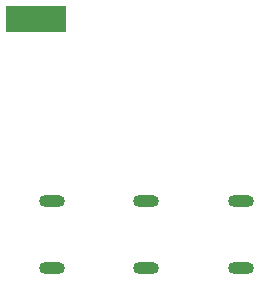
<source format=gbs>
G04 Layer_Color=16711935*
%FSLAX25Y25*%
%MOIN*%
G70*
G01*
G75*
%ADD18O,0.08674X0.03950*%
%ADD19R,0.02178X0.08674*%
D18*
X77953Y-64792D02*
D03*
Y-87233D02*
D03*
X46457Y-64792D02*
D03*
Y-87233D02*
D03*
X14961Y-64792D02*
D03*
Y-87233D02*
D03*
D19*
X18504Y-4134D02*
D03*
X16535D02*
D03*
X14567D02*
D03*
X12598D02*
D03*
X10630D02*
D03*
X8661D02*
D03*
X6693D02*
D03*
X4724D02*
D03*
X2756D02*
D03*
X787D02*
D03*
M02*

</source>
